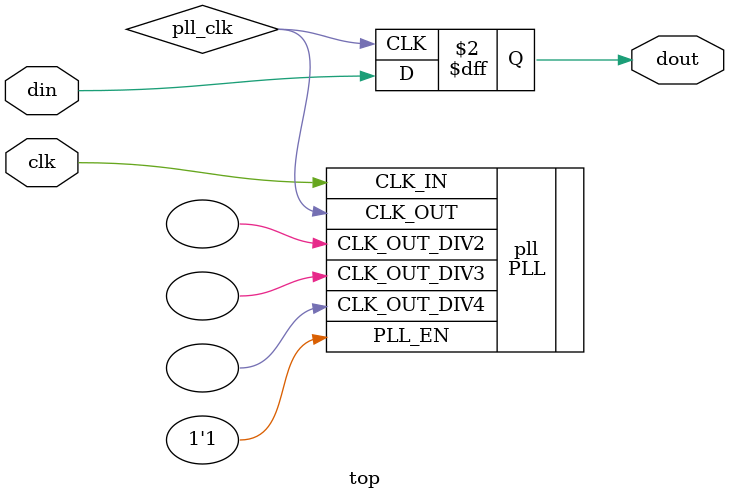
<source format=v>

/*
  Primitive Description:

          |-------------------------------------------------------------------------------------------|
          |                                                                                           |
          |   |-------|                                 |----------------------------|                |
    din --|-->| I_BUF | ------------------------------> |                            |                |
          |   |-------|                                 |                            |                |
          |                                             |                            |                |
          |                                             |           Fabric           |                |
          |                                             |                            |                |
          |                                             |                            |                |
          |   |-------|     |---------|     |-----|     |                            |                |
    clk --|-->| I_BUF | --> | CLK_BUF | --> | PLL | --> |                            |                |
          |   |-------|     |---------|     |-----|     |                            |                |
          |                                             |                            |                |
          |                                             |                            |                |
          |                                             |                            |     |-------|  |
          |                                             |                            | --> | O_BUF |--|--> dout
          |                                             |----------------------------|     |-------|  |
          |                                                                                           |
          |-------------------------------------------------------------------------------------------|
*/

module top (
  input wire din,
  input wire clk,
  output reg dout
);
  PLL #(
    .PLL_MULT(16),
    .PLL_DIV(1),
    .PLL_POST_DIV(34)
  ) pll (
    .PLL_EN(1'b1),
    .CLK_IN(clk),
    .CLK_OUT(pll_clk),
    .CLK_OUT_DIV2(),
    .CLK_OUT_DIV3(),
    .CLK_OUT_DIV4()
  );
  
  always @ (posedge pll_clk) begin
    dout <= din;
  end
endmodule

</source>
